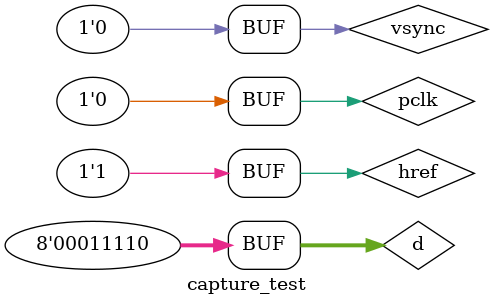
<source format=v>
`timescale 1ns / 1ps


module capture_test;

	// Inputs
	reg pclk;
	reg vsync;
	reg href;
	reg [7:0] d;

	// Outputs
	wire [16:0] addr;
	wire [11:0] dout;
	wire we;

	// Instantiate the Unit Under Test (UUT)
	ov7670_capture uut (
		.pclk(pclk), 
		.vsync(vsync), 
		.href(href), 
		.d(d), 
		.addr(addr), 
		.dout(dout), 
		.we(we)
	);

	initial begin
		// Initialize Inputs
		pclk = 1'b0;
		#50;
		vsync = 1'b0;
		#50;
		href = 1'b1;
		#50;
		d = 8'b11010010;
		
		// Initialize Inputs
		pclk = 1'b1;
		#50;
		vsync = 1'b1;
		#50;
		href = 1'b0;
		#50;
		d = 8'b00110110;
			// Initialize Inputs
		pclk = 1'b0;
		#50;
		vsync = 1'b0;
		#50;
		href = 1'b1;
		#50;
		d = 8'b00011110;
				
	end
      
endmodule


</source>
